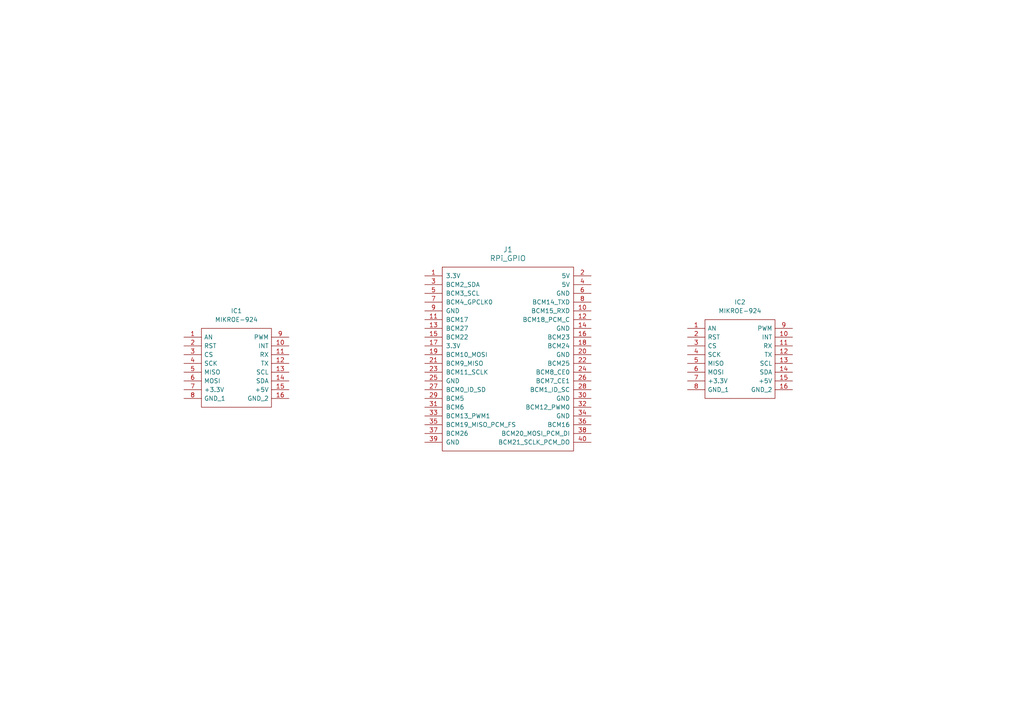
<source format=kicad_sch>
(kicad_sch (version 20231120) (generator "eeschema") (generator_version "8.0")
  (paper "A4")
  (lib_symbols
    (symbol "MIKROE-924:MIKROE-924" (pin_names (offset 0.762))
      (property "Reference" "IC1" (at 15.24 6.731 0))
      (property "Value" "MIKROE-924" (at 15.24 4.4196 0))
      (symbol "MIKROE-924_0_0"
        (pin input line (at 0 0 0) (length 5.08) (name "AN") (number "1"))
        (pin bidirectional line (at 30.48 -2.54 180) (length 5.08) (name "INT") (number "10"))
        (pin input line (at 30.48 -5.08 180) (length 5.08) (name "RX") (number "11"))
        (pin output line (at 30.48 -7.62 180) (length 5.08) (name "TX") (number "12"))
        (pin input line (at 30.48 -10.16 180) (length 5.08) (name "SCL") (number "13"))
        (pin bidirectional line (at 30.48 -12.7 180) (length 5.08) (name "SDA") (number "14"))
        (pin power_in line (at 30.48 -15.24 180) (length 5.08) (name "+5V") (number "15"))
        (pin power_in line (at 30.48 -17.78 180) (length 5.08) (name "GND_2") (number "16"))
        (pin input line (at 0 -2.54 0) (length 5.08) (name "RST") (number "2"))
        (pin input line (at 0 -5.08 0) (length 5.08) (name "CS") (number "3"))
        (pin bidirectional line (at 0 -7.62 0) (length 5.08) (name "SCK") (number "4"))
        (pin bidirectional line (at 0 -10.16 0) (length 5.08) (name "MISO") (number "5"))
        (pin bidirectional line (at 0 -12.7 0) (length 5.08) (name "MOSI") (number "6"))
        (pin power_in line (at 0 -15.24 0) (length 5.08) (name "+3.3V") (number "7"))
        (pin power_in line (at 0 -17.78 0) (length 5.08) (name "GND_1") (number "8"))
        (pin output line (at 30.48 0 180) (length 5.08) (name "PWM") (number "9"))
      )
      (symbol "MIKROE-924_0_1"
        (polyline (pts (xy 5.08 2.54) (xy 25.4 2.54) (xy 25.4 -20.32) (xy 5.08 -20.32) (xy 5.08 2.54)) (stroke (width 0.1524)))
      )
    )
    (symbol "RPi_HAT:RPi_GPIO" (pin_names (offset 1.016))
      (property "Reference" "J" (at 19.05 6.35 0))
      (property "Value" "RPi_GPIO" (at 19.05 3.81 0))
      (symbol "RPi_GPIO_0_1"
        (rectangle (start 0 2.54) (end 38.1 -50.8))
      )
      (symbol "RPi_GPIO_1_1"
        (pin power_in line (at -5.08 0 0) (length 5.08) (name "3.3V") (number "1"))
        (pin bidirectional line (at 43.18 -10.16 180) (length 5.08) (name "BCM15_RXD") (number "10"))
        (pin bidirectional line (at -5.08 -12.7 0) (length 5.08) (name "BCM17") (number "11"))
        (pin bidirectional line (at 43.18 -12.7 180) (length 5.08) (name "BCM18_PCM_C") (number "12"))
        (pin bidirectional line (at -5.08 -15.24 0) (length 5.08) (name "BCM27") (number "13"))
        (pin power_in line (at 43.18 -15.24 180) (length 5.08) (name "GND") (number "14"))
        (pin bidirectional line (at -5.08 -17.78 0) (length 5.08) (name "BCM22") (number "15"))
        (pin bidirectional line (at 43.18 -17.78 180) (length 5.08) (name "BCM23") (number "16"))
        (pin power_in line (at -5.08 -20.32 0) (length 5.08) (name "3.3V") (number "17"))
        (pin bidirectional line (at 43.18 -20.32 180) (length 5.08) (name "BCM24") (number "18"))
        (pin bidirectional line (at -5.08 -22.86 0) (length 5.08) (name "BCM10_MOSI") (number "19"))
        (pin power_in line (at 43.18 0 180) (length 5.08) (name "5V") (number "2"))
        (pin power_in line (at 43.18 -22.86 180) (length 5.08) (name "GND") (number "20"))
        (pin bidirectional line (at -5.08 -25.4 0) (length 5.08) (name "BCM9_MISO") (number "21"))
        (pin bidirectional line (at 43.18 -25.4 180) (length 5.08) (name "BCM25") (number "22"))
        (pin bidirectional line (at -5.08 -27.94 0) (length 5.08) (name "BCM11_SCLK") (number "23"))
        (pin bidirectional line (at 43.18 -27.94 180) (length 5.08) (name "BCM8_CE0") (number "24"))
        (pin power_in line (at -5.08 -30.48 0) (length 5.08) (name "GND") (number "25"))
        (pin bidirectional line (at 43.18 -30.48 180) (length 5.08) (name "BCM7_CE1") (number "26"))
        (pin bidirectional line (at -5.08 -33.02 0) (length 5.08) (name "BCM0_ID_SD") (number "27"))
        (pin bidirectional line (at 43.18 -33.02 180) (length 5.08) (name "BCM1_ID_SC") (number "28"))
        (pin bidirectional line (at -5.08 -35.56 0) (length 5.08) (name "BCM5") (number "29"))
        (pin bidirectional line (at -5.08 -2.54 0) (length 5.08) (name "BCM2_SDA") (number "3"))
        (pin power_in line (at 43.18 -35.56 180) (length 5.08) (name "GND") (number "30"))
        (pin bidirectional line (at -5.08 -38.1 0) (length 5.08) (name "BCM6") (number "31"))
        (pin bidirectional line (at 43.18 -38.1 180) (length 5.08) (name "BCM12_PWM0") (number "32"))
        (pin bidirectional line (at -5.08 -40.64 0) (length 5.08) (name "BCM13_PWM1") (number "33"))
        (pin power_in line (at 43.18 -40.64 180) (length 5.08) (name "GND") (number "34"))
        (pin bidirectional line (at -5.08 -43.18 0) (length 5.08) (name "BCM19_MISO_PCM_FS") (number "35"))
        (pin bidirectional line (at 43.18 -43.18 180) (length 5.08) (name "BCM16") (number "36"))
        (pin bidirectional line (at -5.08 -45.72 0) (length 5.08) (name "BCM26") (number "37"))
        (pin bidirectional line (at 43.18 -45.72 180) (length 5.08) (name "BCM20_MOSI_PCM_DI") (number "38"))
        (pin power_in line (at -5.08 -48.26 0) (length 5.08) (name "GND") (number "39"))
        (pin power_in line (at 43.18 -2.54 180) (length 5.08) (name "5V") (number "4"))
        (pin bidirectional line (at 43.18 -48.26 180) (length 5.08) (name "BCM21_SCLK_PCM_DO") (number "40"))
        (pin bidirectional line (at -5.08 -5.08 0) (length 5.08) (name "BCM3_SCL") (number "5"))
        (pin power_in line (at 43.18 -5.08 180) (length 5.08) (name "GND") (number "6"))
        (pin bidirectional line (at -5.08 -7.62 0) (length 5.08) (name "BCM4_GPCLK0") (number "7"))
        (pin bidirectional line (at 43.18 -7.62 180) (length 5.08) (name "BCM14_TXD") (number "8"))
        (pin power_in line (at -5.08 -10.16 0) (length 5.08) (name "GND") (number "9"))
      )
    )
  )
  (symbol (lib_id "MIKROE-924:MIKROE-924") (at 53.34 97.79 0) (unit 1)
    (property "Reference" "IC1" (at 68.58 90.17 0))
    (property "Value" "MIKROE-924" (at 68.58 92.71 0))
    (property "Footprint" "MIKROE924" (effects (hide yes)))
    (property "Datasheet" "https://www.mikroe.com/microsd-click" (effects (hide yes)))
    (property "Description" "microSD click mikroBUS" (effects (hide yes)))
    (property "Height" "5" (effects (hide yes)))
    (property "Manufacturer_Name" "MIKROELEKTRONIKA" (effects (hide yes)))
    (property "Manufacturer_Part_Number" "MIKROE-924" (effects (hide yes)))
    (property "Mouser Part Number" "932-MIKROE-924" (effects (hide yes)))
    (property "Mouser Price/Stock" "https://www.mouser.com/Search/Refine.aspx?Keyword=932-MIKROE-924" (effects (hide yes)))
    (property "Description_1" "microSD click mikroBUS" (effects (hide yes)))
  )
  (symbol (lib_id "RPi_HAT:RPi_GPIO") (at 128.27 80.01 0) (unit 1)
    (property "Reference" "J1" (at 147.32 72.39 0) (effects (font (size 1.524 1.524))))
    (property "Value" "RPi_GPIO" (at 147.32 74.93 0) (effects (font (size 1.524 1.524))))
  )
  (symbol (lib_id "MIKROE-924:MIKROE-924") (at 199.39 95.25 0) (unit 1)
    (property "Reference" "IC2" (at 214.63 87.63 0))
    (property "Value" "MIKROE-924" (at 214.63 90.17 0))
    (property "Footprint" "MIKROE924" (effects (hide yes)))
    (property "Datasheet" "https://www.mikroe.com/microsd-click" (effects (hide yes)))
    (property "Description" "microSD click mikroBUS" (effects (hide yes)))
    (property "Height" "5" (effects (hide yes)))
    (property "Manufacturer_Name" "MIKROELEKTRONIKA" (effects (hide yes)))
    (property "Manufacturer_Part_Number" "MIKROE-924" (effects (hide yes)))
    (property "Mouser Part Number" "932-MIKROE-924" (effects (hide yes)))
    (property "Mouser Price/Stock" "https://www.mouser.com/Search/Refine.aspx?Keyword=932-MIKROE-924" (effects (hide yes)))
    (property "Description_1" "microSD click mikroBUS" (effects (hide yes)))
  )
)
</source>
